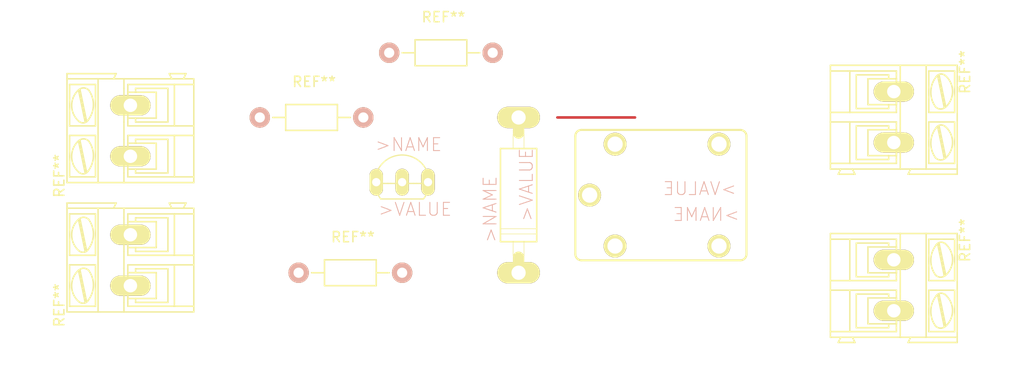
<source format=kicad_pcb>
(kicad_pcb (version 4) (host pcbnew 4.0.0-rc1-stable)

  (general
    (links 0)
    (no_connects 0)
    (area 29.109999 27.839999 129.640001 64.870001)
    (thickness 1.6)
    (drawings 21)
    (tracks 1)
    (zones 0)
    (modules 10)
    (nets 1)
  )

  (page User 150.012 129.997)
  (title_block
    (title "Temporizador Arduino")
    (date 2015-12-09)
    (rev 1.0)
    (comment 1 "Placa Rele LDR")
  )

  (layers
    (0 F.Cu signal)
    (31 B.Cu signal)
    (32 B.Adhes user)
    (33 F.Adhes user)
    (34 B.Paste user)
    (35 F.Paste user)
    (36 B.SilkS user)
    (37 F.SilkS user)
    (38 B.Mask user)
    (39 F.Mask user)
    (40 Dwgs.User user)
    (41 Cmts.User user)
    (42 Eco1.User user)
    (43 Eco2.User user)
    (44 Edge.Cuts user)
    (45 Margin user)
    (46 B.CrtYd user)
    (47 F.CrtYd user)
    (48 B.Fab user)
    (49 F.Fab user)
  )

  (setup
    (last_trace_width 0.25)
    (trace_clearance 0.2)
    (zone_clearance 0.508)
    (zone_45_only no)
    (trace_min 0.2)
    (segment_width 0.2)
    (edge_width 0.15)
    (via_size 0.6)
    (via_drill 0.4)
    (via_min_size 0.4)
    (via_min_drill 0.3)
    (uvia_size 0.3)
    (uvia_drill 0.1)
    (uvias_allowed no)
    (uvia_min_size 0.2)
    (uvia_min_drill 0.1)
    (pcb_text_width 0.3)
    (pcb_text_size 1.5 1.5)
    (mod_edge_width 0.15)
    (mod_text_size 1 1)
    (mod_text_width 0.15)
    (pad_size 1.524 1.524)
    (pad_drill 0.762)
    (pad_to_mask_clearance 0.2)
    (aux_axis_origin 0 0)
    (visible_elements 7FFFFFFF)
    (pcbplotparams
      (layerselection 0x00030_80000001)
      (usegerberextensions false)
      (excludeedgelayer true)
      (linewidth 0.100000)
      (plotframeref false)
      (viasonmask false)
      (mode 1)
      (useauxorigin false)
      (hpglpennumber 1)
      (hpglpenspeed 20)
      (hpglpendiameter 15)
      (hpglpenoverlay 2)
      (psnegative false)
      (psa4output false)
      (plotreference true)
      (plotvalue true)
      (plotinvisibletext false)
      (padsonsilk false)
      (subtractmaskfromsilk false)
      (outputformat 1)
      (mirror false)
      (drillshape 1)
      (scaleselection 1)
      (outputdirectory ""))
  )

  (net 0 "")

  (net_class Default "Esta é a classe de net default."
    (clearance 0.2)
    (trace_width 0.25)
    (via_dia 0.6)
    (via_drill 0.4)
    (uvia_dia 0.3)
    (uvia_drill 0.1)
  )

  (module diode:diode-C1702-15 (layer F.Cu) (tedit 200000) (tstamp 5680260D)
    (at 80.01 46.99 90)
    (descr DIODE)
    (tags DIODE)
    (attr virtual)
    (fp_text reference >NAME (at -1.397 -2.794 90) (layer B.SilkS)
      (effects (font (size 1.27 1.27) (thickness 0.0889)))
    )
    (fp_text value >VALUE (at 1.016 0.762 90) (layer B.SilkS)
      (effects (font (size 1.27 1.27) (thickness 0.0889)))
    )
    (fp_line (start -3.81 1.778) (end -3.302 1.778) (layer F.SilkS) (width 0.06604))
    (fp_line (start -3.302 1.778) (end -3.302 -1.778) (layer F.SilkS) (width 0.06604))
    (fp_line (start -3.81 -1.778) (end -3.302 -1.778) (layer F.SilkS) (width 0.06604))
    (fp_line (start -3.81 1.778) (end -3.81 -1.778) (layer F.SilkS) (width 0.06604))
    (fp_line (start 4.572 0.5334) (end 5.9436 0.5334) (layer F.SilkS) (width 0.06604))
    (fp_line (start 5.9436 0.5334) (end 5.9436 -0.5334) (layer F.SilkS) (width 0.06604))
    (fp_line (start 4.572 -0.5334) (end 5.9436 -0.5334) (layer F.SilkS) (width 0.06604))
    (fp_line (start 4.572 0.5334) (end 4.572 -0.5334) (layer F.SilkS) (width 0.06604))
    (fp_line (start -5.9436 0.5334) (end -4.572 0.5334) (layer F.SilkS) (width 0.06604))
    (fp_line (start -4.572 0.5334) (end -4.572 -0.5334) (layer F.SilkS) (width 0.06604))
    (fp_line (start -5.9436 -0.5334) (end -4.572 -0.5334) (layer F.SilkS) (width 0.06604))
    (fp_line (start -5.9436 0.5334) (end -5.9436 -0.5334) (layer F.SilkS) (width 0.06604))
    (fp_line (start -4.572 1.778) (end -4.572 -1.778) (layer F.SilkS) (width 0.1524))
    (fp_line (start 4.572 -1.778) (end -4.572 -1.778) (layer F.SilkS) (width 0.1524))
    (fp_line (start 4.572 -1.778) (end 4.572 1.778) (layer F.SilkS) (width 0.1524))
    (fp_line (start -4.572 1.778) (end 4.572 1.778) (layer F.SilkS) (width 0.1524))
    (fp_line (start 7.62 0) (end 6.096 0) (layer F.SilkS) (width 1.1176))
    (fp_line (start -7.62 0) (end -6.096 0) (layer F.SilkS) (width 1.1176))
    (pad A thru_hole oval (at 7.62 0 90) (size 2.0955 4.191) (drill 1.397) (layers *.Cu F.Paste F.SilkS F.Mask))
    (pad C thru_hole oval (at -7.62 0 90) (size 2.0955 4.191) (drill 1.397) (layers *.Cu F.Paste F.SilkS F.Mask))
  )

  (module transistor:transistor-TO92-BCE (layer F.Cu) (tedit 200000) (tstamp 56AF17D4)
    (at 68.58 45.72)
    (descr "TO-92 PADS IN LINE B C E FROM TOP")
    (tags "TO-92 PADS IN LINE B C E FROM TOP")
    (attr virtual)
    (fp_text reference >NAME (at 0.635 -3.683) (layer B.SilkS)
      (effects (font (size 1.27 1.27) (thickness 0.0889)))
    )
    (fp_text value >VALUE (at 1.27 2.667) (layer B.SilkS)
      (effects (font (size 1.27 1.27) (thickness 0.0889)))
    )
    (fp_line (start -2.09296 1.651) (end 2.09296 1.651) (layer F.SilkS) (width 0.127))
    (fp_line (start 1.13538 0.127) (end -1.13538 0.127) (layer F.SilkS) (width 0.127))
    (fp_line (start -1.40208 0.127) (end -2.66192 0.127) (layer F.SilkS) (width 0.127))
    (fp_line (start -1.13538 0.127) (end -1.40208 0.127) (layer F.SilkS) (width 0.127))
    (fp_line (start 2.66192 0.127) (end 1.40208 0.127) (layer F.SilkS) (width 0.127))
    (fp_line (start 1.40208 0.127) (end 1.13538 0.127) (layer F.SilkS) (width 0.127))
    (fp_arc (start 0 0) (end -2.413 -1.13538) (angle 129.5) (layer F.SilkS) (width 0.127))
    (fp_arc (start 0 0) (end -2.66192 0.127) (angle 27.9) (layer F.SilkS) (width 0.127))
    (fp_arc (start 0 0) (end -2.413 1.13538) (angle 22.4) (layer F.SilkS) (width 0.127))
    (fp_arc (start 0 0) (end -2.09296 1.651) (angle 13) (layer F.SilkS) (width 0.127))
    (fp_arc (start 0 0) (end 2.66192 0.127) (angle 22.4) (layer F.SilkS) (width 0.127))
    (fp_arc (start 0 0) (end 2.413 -1.13538) (angle 27.9) (layer F.SilkS) (width 0.127))
    (fp_arc (start 0 0) (end 2.42316 1.10998) (angle 13.6) (layer F.SilkS) (width 0.127))
    (pad B thru_hole oval (at -2.54 0) (size 1.3208 2.6416) (drill 0.8128) (layers *.Cu F.Paste F.SilkS F.Mask))
    (pad C thru_hole oval (at 0 0) (size 1.3208 2.6416) (drill 0.8128) (layers *.Cu F.Paste F.SilkS F.Mask))
    (pad E thru_hole oval (at 2.54 0) (size 1.3208 2.6416) (drill 0.8128) (layers *.Cu F.Paste F.SilkS F.Mask))
  )

  (module relay:relay-CQ1 (layer F.Cu) (tedit 200000) (tstamp 56AF8884)
    (at 93.98 46.99 180)
    (descr "AUTOMOTIVE QUIET RELAY NAIS")
    (tags "AUTOMOTIVE QUIET RELAY NAIS")
    (attr virtual)
    (fp_text reference >NAME (at -4.445 -1.905 180) (layer B.SilkS)
      (effects (font (size 1.27 1.27) (thickness 0.0889)) (justify mirror))
    )
    (fp_text value >VALUE (at -3.81 0.635 180) (layer B.SilkS)
      (effects (font (size 1.27 1.27) (thickness 0.0889)) (justify mirror))
    )
    (fp_line (start -7.7978 -6.39826) (end 7.7978 -6.39826) (layer F.SilkS) (width 0.2032))
    (fp_line (start 8.39978 -5.79882) (end 8.39978 5.79882) (layer F.SilkS) (width 0.2032))
    (fp_line (start 7.7978 6.39826) (end -7.7978 6.39826) (layer F.SilkS) (width 0.2032))
    (fp_line (start -8.39978 5.79882) (end -8.39978 -5.79882) (layer F.SilkS) (width 0.2032))
    (fp_arc (start -7.7978 -5.79882) (end -8.39978 -5.79882) (angle 90) (layer F.SilkS) (width 0.2032))
    (fp_arc (start 7.7978 -5.79882) (end 7.7978 -6.39826) (angle 90) (layer F.SilkS) (width 0.2032))
    (fp_arc (start 7.7978 5.79882) (end 8.39978 5.79882) (angle 90) (layer F.SilkS) (width 0.2032))
    (fp_arc (start -7.7978 5.79882) (end -7.7978 6.39826) (angle 90) (layer F.SilkS) (width 0.2032))
    (pad 1 thru_hole circle (at 4.49834 4.99872 180) (size 2.2479 2.2479) (drill 1.4986) (layers *.Cu F.Paste F.SilkS F.Mask))
    (pad 2 thru_hole circle (at 4.49834 -4.99872 180) (size 2.2479 2.2479) (drill 1.4986) (layers *.Cu F.Paste F.SilkS F.Mask))
    (pad C thru_hole circle (at 6.9977 0 180) (size 2.2479 2.2479) (drill 1.4986) (layers *.Cu F.Paste F.SilkS F.Mask))
    (pad NC thru_hole circle (at -5.69976 4.99872 180) (size 2.2479 2.2479) (drill 1.4986) (layers *.Cu F.Paste F.SilkS F.Mask))
    (pad NO thru_hole circle (at -5.69976 -4.99872 180) (size 2.2479 2.2479) (drill 1.4986) (layers *.Cu F.Paste F.SilkS F.Mask))
  )

  (module Connect:AK300-2 (layer F.Cu) (tedit 54792136) (tstamp 56AFA527)
    (at 116.84 36.83 270)
    (descr CONNECTOR)
    (tags CONNECTOR)
    (attr virtual)
    (fp_text reference REF** (at -1.92 -6.985 270) (layer F.SilkS)
      (effects (font (size 1 1) (thickness 0.15)))
    )
    (fp_text value AK300-2 (at 2.779 7.747 270) (layer F.Fab)
      (effects (font (size 1 1) (thickness 0.15)))
    )
    (fp_line (start 8.363 -6.473) (end -2.83 -6.473) (layer F.CrtYd) (width 0.05))
    (fp_line (start 8.363 6.473) (end 8.363 -6.473) (layer F.CrtYd) (width 0.05))
    (fp_line (start -2.83 6.473) (end 8.363 6.473) (layer F.CrtYd) (width 0.05))
    (fp_line (start -2.83 -6.473) (end -2.83 6.473) (layer F.CrtYd) (width 0.05))
    (fp_line (start -1.2596 2.54) (end 1.2804 2.54) (layer F.SilkS) (width 0.15))
    (fp_line (start 1.2804 2.54) (end 1.2804 -0.254) (layer F.SilkS) (width 0.15))
    (fp_line (start -1.2596 -0.254) (end 1.2804 -0.254) (layer F.SilkS) (width 0.15))
    (fp_line (start -1.2596 2.54) (end -1.2596 -0.254) (layer F.SilkS) (width 0.15))
    (fp_line (start 3.7442 2.54) (end 6.2842 2.54) (layer F.SilkS) (width 0.15))
    (fp_line (start 6.2842 2.54) (end 6.2842 -0.254) (layer F.SilkS) (width 0.15))
    (fp_line (start 3.7442 -0.254) (end 6.2842 -0.254) (layer F.SilkS) (width 0.15))
    (fp_line (start 3.7442 2.54) (end 3.7442 -0.254) (layer F.SilkS) (width 0.15))
    (fp_line (start 7.605 -6.223) (end 7.605 -3.175) (layer F.SilkS) (width 0.15))
    (fp_line (start 7.605 -6.223) (end -2.58 -6.223) (layer F.SilkS) (width 0.15))
    (fp_line (start 7.605 -6.223) (end 8.113 -6.223) (layer F.SilkS) (width 0.15))
    (fp_line (start 8.113 -6.223) (end 8.113 -1.397) (layer F.SilkS) (width 0.15))
    (fp_line (start 8.113 -1.397) (end 7.605 -1.651) (layer F.SilkS) (width 0.15))
    (fp_line (start 8.113 5.461) (end 7.605 5.207) (layer F.SilkS) (width 0.15))
    (fp_line (start 7.605 5.207) (end 7.605 6.223) (layer F.SilkS) (width 0.15))
    (fp_line (start 8.113 3.81) (end 7.605 4.064) (layer F.SilkS) (width 0.15))
    (fp_line (start 7.605 4.064) (end 7.605 5.207) (layer F.SilkS) (width 0.15))
    (fp_line (start 8.113 3.81) (end 8.113 5.461) (layer F.SilkS) (width 0.15))
    (fp_line (start 2.9822 6.223) (end 2.9822 4.318) (layer F.SilkS) (width 0.15))
    (fp_line (start 7.0462 -0.254) (end 7.0462 4.318) (layer F.SilkS) (width 0.15))
    (fp_line (start 2.9822 6.223) (end 7.0462 6.223) (layer F.SilkS) (width 0.15))
    (fp_line (start 7.0462 6.223) (end 7.605 6.223) (layer F.SilkS) (width 0.15))
    (fp_line (start 2.0424 6.223) (end 2.0424 4.318) (layer F.SilkS) (width 0.15))
    (fp_line (start 2.0424 6.223) (end 2.9822 6.223) (layer F.SilkS) (width 0.15))
    (fp_line (start -2.0216 -0.254) (end -2.0216 4.318) (layer F.SilkS) (width 0.15))
    (fp_line (start -2.58 6.223) (end -2.0216 6.223) (layer F.SilkS) (width 0.15))
    (fp_line (start -2.0216 6.223) (end 2.0424 6.223) (layer F.SilkS) (width 0.15))
    (fp_line (start 2.9822 4.318) (end 7.0462 4.318) (layer F.SilkS) (width 0.15))
    (fp_line (start 2.9822 4.318) (end 2.9822 -0.254) (layer F.SilkS) (width 0.15))
    (fp_line (start 7.0462 4.318) (end 7.0462 6.223) (layer F.SilkS) (width 0.15))
    (fp_line (start 2.0424 4.318) (end -2.0216 4.318) (layer F.SilkS) (width 0.15))
    (fp_line (start 2.0424 4.318) (end 2.0424 -0.254) (layer F.SilkS) (width 0.15))
    (fp_line (start -2.0216 4.318) (end -2.0216 6.223) (layer F.SilkS) (width 0.15))
    (fp_line (start 6.6652 3.683) (end 6.6652 0.508) (layer F.SilkS) (width 0.15))
    (fp_line (start 6.6652 3.683) (end 3.3632 3.683) (layer F.SilkS) (width 0.15))
    (fp_line (start 3.3632 3.683) (end 3.3632 0.508) (layer F.SilkS) (width 0.15))
    (fp_line (start 1.6614 3.683) (end 1.6614 0.508) (layer F.SilkS) (width 0.15))
    (fp_line (start 1.6614 3.683) (end -1.6406 3.683) (layer F.SilkS) (width 0.15))
    (fp_line (start -1.6406 3.683) (end -1.6406 0.508) (layer F.SilkS) (width 0.15))
    (fp_line (start -1.6406 0.508) (end -1.2596 0.508) (layer F.SilkS) (width 0.15))
    (fp_line (start 1.6614 0.508) (end 1.2804 0.508) (layer F.SilkS) (width 0.15))
    (fp_line (start 3.3632 0.508) (end 3.7442 0.508) (layer F.SilkS) (width 0.15))
    (fp_line (start 6.6652 0.508) (end 6.2842 0.508) (layer F.SilkS) (width 0.15))
    (fp_line (start -2.58 6.223) (end -2.58 -0.635) (layer F.SilkS) (width 0.15))
    (fp_line (start -2.58 -0.635) (end -2.58 -3.175) (layer F.SilkS) (width 0.15))
    (fp_line (start 7.605 -1.651) (end 7.605 -0.635) (layer F.SilkS) (width 0.15))
    (fp_line (start 7.605 -0.635) (end 7.605 4.064) (layer F.SilkS) (width 0.15))
    (fp_line (start -2.58 -3.175) (end 7.605 -3.175) (layer F.SilkS) (width 0.15))
    (fp_line (start -2.58 -3.175) (end -2.58 -6.223) (layer F.SilkS) (width 0.15))
    (fp_line (start 7.605 -3.175) (end 7.605 -1.651) (layer F.SilkS) (width 0.15))
    (fp_line (start 2.9822 -3.429) (end 2.9822 -5.969) (layer F.SilkS) (width 0.15))
    (fp_line (start 2.9822 -5.969) (end 7.0462 -5.969) (layer F.SilkS) (width 0.15))
    (fp_line (start 7.0462 -5.969) (end 7.0462 -3.429) (layer F.SilkS) (width 0.15))
    (fp_line (start 7.0462 -3.429) (end 2.9822 -3.429) (layer F.SilkS) (width 0.15))
    (fp_line (start 2.0424 -3.429) (end 2.0424 -5.969) (layer F.SilkS) (width 0.15))
    (fp_line (start 2.0424 -3.429) (end -2.0216 -3.429) (layer F.SilkS) (width 0.15))
    (fp_line (start -2.0216 -3.429) (end -2.0216 -5.969) (layer F.SilkS) (width 0.15))
    (fp_line (start 2.0424 -5.969) (end -2.0216 -5.969) (layer F.SilkS) (width 0.15))
    (fp_line (start 3.3886 -4.445) (end 6.4366 -5.08) (layer F.SilkS) (width 0.15))
    (fp_line (start 3.5156 -4.318) (end 6.5636 -4.953) (layer F.SilkS) (width 0.15))
    (fp_line (start -1.6152 -4.445) (end 1.43534 -5.08) (layer F.SilkS) (width 0.15))
    (fp_line (start -1.4882 -4.318) (end 1.5598 -4.953) (layer F.SilkS) (width 0.15))
    (fp_line (start -2.0216 -0.254) (end -1.6406 -0.254) (layer F.SilkS) (width 0.15))
    (fp_line (start 2.0424 -0.254) (end 1.6614 -0.254) (layer F.SilkS) (width 0.15))
    (fp_line (start 1.6614 -0.254) (end -1.6406 -0.254) (layer F.SilkS) (width 0.15))
    (fp_line (start -2.58 -0.635) (end -1.6406 -0.635) (layer F.SilkS) (width 0.15))
    (fp_line (start -1.6406 -0.635) (end 1.6614 -0.635) (layer F.SilkS) (width 0.15))
    (fp_line (start 1.6614 -0.635) (end 3.3632 -0.635) (layer F.SilkS) (width 0.15))
    (fp_line (start 7.605 -0.635) (end 6.6652 -0.635) (layer F.SilkS) (width 0.15))
    (fp_line (start 6.6652 -0.635) (end 3.3632 -0.635) (layer F.SilkS) (width 0.15))
    (fp_line (start 7.0462 -0.254) (end 6.6652 -0.254) (layer F.SilkS) (width 0.15))
    (fp_line (start 2.9822 -0.254) (end 3.3632 -0.254) (layer F.SilkS) (width 0.15))
    (fp_line (start 3.3632 -0.254) (end 6.6652 -0.254) (layer F.SilkS) (width 0.15))
    (fp_arc (start 6.0302 -4.59486) (end 6.53566 -5.05206) (angle 90.5) (layer F.SilkS) (width 0.15))
    (fp_arc (start 5.065 -6.0706) (end 6.52804 -4.11734) (angle 75.5) (layer F.SilkS) (width 0.15))
    (fp_arc (start 4.98626 -3.7084) (end 3.3886 -5.0038) (angle 100) (layer F.SilkS) (width 0.15))
    (fp_arc (start 3.8712 -4.64566) (end 3.58164 -4.1275) (angle 104.2) (layer F.SilkS) (width 0.15))
    (fp_arc (start 1.0264 -4.59486) (end 1.5344 -5.05206) (angle 90.5) (layer F.SilkS) (width 0.15))
    (fp_arc (start 0.06374 -6.0706) (end 1.52678 -4.11734) (angle 75.5) (layer F.SilkS) (width 0.15))
    (fp_arc (start -0.01246 -3.7084) (end -1.6152 -5.0038) (angle 100) (layer F.SilkS) (width 0.15))
    (fp_arc (start -1.1326 -4.64566) (end -1.41962 -4.1275) (angle 104.2) (layer F.SilkS) (width 0.15))
    (pad 1 thru_hole oval (at 0 0 270) (size 1.9812 3.9624) (drill 1.3208) (layers *.Cu F.Paste F.SilkS F.Mask))
    (pad 2 thru_hole oval (at 5 0 270) (size 1.9812 3.9624) (drill 1.3208) (layers *.Cu F.Paste F.SilkS F.Mask))
  )

  (module Connect:AK300-2 (layer F.Cu) (tedit 54792136) (tstamp 56AFA582)
    (at 116.84 53.34 270)
    (descr CONNECTOR)
    (tags CONNECTOR)
    (attr virtual)
    (fp_text reference REF** (at -1.92 -6.985 270) (layer F.SilkS)
      (effects (font (size 1 1) (thickness 0.15)))
    )
    (fp_text value AK300-2 (at 2.779 7.747 270) (layer F.Fab)
      (effects (font (size 1 1) (thickness 0.15)))
    )
    (fp_line (start 8.363 -6.473) (end -2.83 -6.473) (layer F.CrtYd) (width 0.05))
    (fp_line (start 8.363 6.473) (end 8.363 -6.473) (layer F.CrtYd) (width 0.05))
    (fp_line (start -2.83 6.473) (end 8.363 6.473) (layer F.CrtYd) (width 0.05))
    (fp_line (start -2.83 -6.473) (end -2.83 6.473) (layer F.CrtYd) (width 0.05))
    (fp_line (start -1.2596 2.54) (end 1.2804 2.54) (layer F.SilkS) (width 0.15))
    (fp_line (start 1.2804 2.54) (end 1.2804 -0.254) (layer F.SilkS) (width 0.15))
    (fp_line (start -1.2596 -0.254) (end 1.2804 -0.254) (layer F.SilkS) (width 0.15))
    (fp_line (start -1.2596 2.54) (end -1.2596 -0.254) (layer F.SilkS) (width 0.15))
    (fp_line (start 3.7442 2.54) (end 6.2842 2.54) (layer F.SilkS) (width 0.15))
    (fp_line (start 6.2842 2.54) (end 6.2842 -0.254) (layer F.SilkS) (width 0.15))
    (fp_line (start 3.7442 -0.254) (end 6.2842 -0.254) (layer F.SilkS) (width 0.15))
    (fp_line (start 3.7442 2.54) (end 3.7442 -0.254) (layer F.SilkS) (width 0.15))
    (fp_line (start 7.605 -6.223) (end 7.605 -3.175) (layer F.SilkS) (width 0.15))
    (fp_line (start 7.605 -6.223) (end -2.58 -6.223) (layer F.SilkS) (width 0.15))
    (fp_line (start 7.605 -6.223) (end 8.113 -6.223) (layer F.SilkS) (width 0.15))
    (fp_line (start 8.113 -6.223) (end 8.113 -1.397) (layer F.SilkS) (width 0.15))
    (fp_line (start 8.113 -1.397) (end 7.605 -1.651) (layer F.SilkS) (width 0.15))
    (fp_line (start 8.113 5.461) (end 7.605 5.207) (layer F.SilkS) (width 0.15))
    (fp_line (start 7.605 5.207) (end 7.605 6.223) (layer F.SilkS) (width 0.15))
    (fp_line (start 8.113 3.81) (end 7.605 4.064) (layer F.SilkS) (width 0.15))
    (fp_line (start 7.605 4.064) (end 7.605 5.207) (layer F.SilkS) (width 0.15))
    (fp_line (start 8.113 3.81) (end 8.113 5.461) (layer F.SilkS) (width 0.15))
    (fp_line (start 2.9822 6.223) (end 2.9822 4.318) (layer F.SilkS) (width 0.15))
    (fp_line (start 7.0462 -0.254) (end 7.0462 4.318) (layer F.SilkS) (width 0.15))
    (fp_line (start 2.9822 6.223) (end 7.0462 6.223) (layer F.SilkS) (width 0.15))
    (fp_line (start 7.0462 6.223) (end 7.605 6.223) (layer F.SilkS) (width 0.15))
    (fp_line (start 2.0424 6.223) (end 2.0424 4.318) (layer F.SilkS) (width 0.15))
    (fp_line (start 2.0424 6.223) (end 2.9822 6.223) (layer F.SilkS) (width 0.15))
    (fp_line (start -2.0216 -0.254) (end -2.0216 4.318) (layer F.SilkS) (width 0.15))
    (fp_line (start -2.58 6.223) (end -2.0216 6.223) (layer F.SilkS) (width 0.15))
    (fp_line (start -2.0216 6.223) (end 2.0424 6.223) (layer F.SilkS) (width 0.15))
    (fp_line (start 2.9822 4.318) (end 7.0462 4.318) (layer F.SilkS) (width 0.15))
    (fp_line (start 2.9822 4.318) (end 2.9822 -0.254) (layer F.SilkS) (width 0.15))
    (fp_line (start 7.0462 4.318) (end 7.0462 6.223) (layer F.SilkS) (width 0.15))
    (fp_line (start 2.0424 4.318) (end -2.0216 4.318) (layer F.SilkS) (width 0.15))
    (fp_line (start 2.0424 4.318) (end 2.0424 -0.254) (layer F.SilkS) (width 0.15))
    (fp_line (start -2.0216 4.318) (end -2.0216 6.223) (layer F.SilkS) (width 0.15))
    (fp_line (start 6.6652 3.683) (end 6.6652 0.508) (layer F.SilkS) (width 0.15))
    (fp_line (start 6.6652 3.683) (end 3.3632 3.683) (layer F.SilkS) (width 0.15))
    (fp_line (start 3.3632 3.683) (end 3.3632 0.508) (layer F.SilkS) (width 0.15))
    (fp_line (start 1.6614 3.683) (end 1.6614 0.508) (layer F.SilkS) (width 0.15))
    (fp_line (start 1.6614 3.683) (end -1.6406 3.683) (layer F.SilkS) (width 0.15))
    (fp_line (start -1.6406 3.683) (end -1.6406 0.508) (layer F.SilkS) (width 0.15))
    (fp_line (start -1.6406 0.508) (end -1.2596 0.508) (layer F.SilkS) (width 0.15))
    (fp_line (start 1.6614 0.508) (end 1.2804 0.508) (layer F.SilkS) (width 0.15))
    (fp_line (start 3.3632 0.508) (end 3.7442 0.508) (layer F.SilkS) (width 0.15))
    (fp_line (start 6.6652 0.508) (end 6.2842 0.508) (layer F.SilkS) (width 0.15))
    (fp_line (start -2.58 6.223) (end -2.58 -0.635) (layer F.SilkS) (width 0.15))
    (fp_line (start -2.58 -0.635) (end -2.58 -3.175) (layer F.SilkS) (width 0.15))
    (fp_line (start 7.605 -1.651) (end 7.605 -0.635) (layer F.SilkS) (width 0.15))
    (fp_line (start 7.605 -0.635) (end 7.605 4.064) (layer F.SilkS) (width 0.15))
    (fp_line (start -2.58 -3.175) (end 7.605 -3.175) (layer F.SilkS) (width 0.15))
    (fp_line (start -2.58 -3.175) (end -2.58 -6.223) (layer F.SilkS) (width 0.15))
    (fp_line (start 7.605 -3.175) (end 7.605 -1.651) (layer F.SilkS) (width 0.15))
    (fp_line (start 2.9822 -3.429) (end 2.9822 -5.969) (layer F.SilkS) (width 0.15))
    (fp_line (start 2.9822 -5.969) (end 7.0462 -5.969) (layer F.SilkS) (width 0.15))
    (fp_line (start 7.0462 -5.969) (end 7.0462 -3.429) (layer F.SilkS) (width 0.15))
    (fp_line (start 7.0462 -3.429) (end 2.9822 -3.429) (layer F.SilkS) (width 0.15))
    (fp_line (start 2.0424 -3.429) (end 2.0424 -5.969) (layer F.SilkS) (width 0.15))
    (fp_line (start 2.0424 -3.429) (end -2.0216 -3.429) (layer F.SilkS) (width 0.15))
    (fp_line (start -2.0216 -3.429) (end -2.0216 -5.969) (layer F.SilkS) (width 0.15))
    (fp_line (start 2.0424 -5.969) (end -2.0216 -5.969) (layer F.SilkS) (width 0.15))
    (fp_line (start 3.3886 -4.445) (end 6.4366 -5.08) (layer F.SilkS) (width 0.15))
    (fp_line (start 3.5156 -4.318) (end 6.5636 -4.953) (layer F.SilkS) (width 0.15))
    (fp_line (start -1.6152 -4.445) (end 1.43534 -5.08) (layer F.SilkS) (width 0.15))
    (fp_line (start -1.4882 -4.318) (end 1.5598 -4.953) (layer F.SilkS) (width 0.15))
    (fp_line (start -2.0216 -0.254) (end -1.6406 -0.254) (layer F.SilkS) (width 0.15))
    (fp_line (start 2.0424 -0.254) (end 1.6614 -0.254) (layer F.SilkS) (width 0.15))
    (fp_line (start 1.6614 -0.254) (end -1.6406 -0.254) (layer F.SilkS) (width 0.15))
    (fp_line (start -2.58 -0.635) (end -1.6406 -0.635) (layer F.SilkS) (width 0.15))
    (fp_line (start -1.6406 -0.635) (end 1.6614 -0.635) (layer F.SilkS) (width 0.15))
    (fp_line (start 1.6614 -0.635) (end 3.3632 -0.635) (layer F.SilkS) (width 0.15))
    (fp_line (start 7.605 -0.635) (end 6.6652 -0.635) (layer F.SilkS) (width 0.15))
    (fp_line (start 6.6652 -0.635) (end 3.3632 -0.635) (layer F.SilkS) (width 0.15))
    (fp_line (start 7.0462 -0.254) (end 6.6652 -0.254) (layer F.SilkS) (width 0.15))
    (fp_line (start 2.9822 -0.254) (end 3.3632 -0.254) (layer F.SilkS) (width 0.15))
    (fp_line (start 3.3632 -0.254) (end 6.6652 -0.254) (layer F.SilkS) (width 0.15))
    (fp_arc (start 6.0302 -4.59486) (end 6.53566 -5.05206) (angle 90.5) (layer F.SilkS) (width 0.15))
    (fp_arc (start 5.065 -6.0706) (end 6.52804 -4.11734) (angle 75.5) (layer F.SilkS) (width 0.15))
    (fp_arc (start 4.98626 -3.7084) (end 3.3886 -5.0038) (angle 100) (layer F.SilkS) (width 0.15))
    (fp_arc (start 3.8712 -4.64566) (end 3.58164 -4.1275) (angle 104.2) (layer F.SilkS) (width 0.15))
    (fp_arc (start 1.0264 -4.59486) (end 1.5344 -5.05206) (angle 90.5) (layer F.SilkS) (width 0.15))
    (fp_arc (start 0.06374 -6.0706) (end 1.52678 -4.11734) (angle 75.5) (layer F.SilkS) (width 0.15))
    (fp_arc (start -0.01246 -3.7084) (end -1.6152 -5.0038) (angle 100) (layer F.SilkS) (width 0.15))
    (fp_arc (start -1.1326 -4.64566) (end -1.41962 -4.1275) (angle 104.2) (layer F.SilkS) (width 0.15))
    (pad 1 thru_hole oval (at 0 0 270) (size 1.9812 3.9624) (drill 1.3208) (layers *.Cu F.Paste F.SilkS F.Mask))
    (pad 2 thru_hole oval (at 5 0 270) (size 1.9812 3.9624) (drill 1.3208) (layers *.Cu F.Paste F.SilkS F.Mask))
  )

  (module Connect:AK300-2 (layer F.Cu) (tedit 54792136) (tstamp 56AFA5DD)
    (at 41.91 55.88 90)
    (descr CONNECTOR)
    (tags CONNECTOR)
    (attr virtual)
    (fp_text reference REF** (at -1.92 -6.985 90) (layer F.SilkS)
      (effects (font (size 1 1) (thickness 0.15)))
    )
    (fp_text value AK300-2 (at 2.779 7.747 90) (layer F.Fab)
      (effects (font (size 1 1) (thickness 0.15)))
    )
    (fp_line (start 8.363 -6.473) (end -2.83 -6.473) (layer F.CrtYd) (width 0.05))
    (fp_line (start 8.363 6.473) (end 8.363 -6.473) (layer F.CrtYd) (width 0.05))
    (fp_line (start -2.83 6.473) (end 8.363 6.473) (layer F.CrtYd) (width 0.05))
    (fp_line (start -2.83 -6.473) (end -2.83 6.473) (layer F.CrtYd) (width 0.05))
    (fp_line (start -1.2596 2.54) (end 1.2804 2.54) (layer F.SilkS) (width 0.15))
    (fp_line (start 1.2804 2.54) (end 1.2804 -0.254) (layer F.SilkS) (width 0.15))
    (fp_line (start -1.2596 -0.254) (end 1.2804 -0.254) (layer F.SilkS) (width 0.15))
    (fp_line (start -1.2596 2.54) (end -1.2596 -0.254) (layer F.SilkS) (width 0.15))
    (fp_line (start 3.7442 2.54) (end 6.2842 2.54) (layer F.SilkS) (width 0.15))
    (fp_line (start 6.2842 2.54) (end 6.2842 -0.254) (layer F.SilkS) (width 0.15))
    (fp_line (start 3.7442 -0.254) (end 6.2842 -0.254) (layer F.SilkS) (width 0.15))
    (fp_line (start 3.7442 2.54) (end 3.7442 -0.254) (layer F.SilkS) (width 0.15))
    (fp_line (start 7.605 -6.223) (end 7.605 -3.175) (layer F.SilkS) (width 0.15))
    (fp_line (start 7.605 -6.223) (end -2.58 -6.223) (layer F.SilkS) (width 0.15))
    (fp_line (start 7.605 -6.223) (end 8.113 -6.223) (layer F.SilkS) (width 0.15))
    (fp_line (start 8.113 -6.223) (end 8.113 -1.397) (layer F.SilkS) (width 0.15))
    (fp_line (start 8.113 -1.397) (end 7.605 -1.651) (layer F.SilkS) (width 0.15))
    (fp_line (start 8.113 5.461) (end 7.605 5.207) (layer F.SilkS) (width 0.15))
    (fp_line (start 7.605 5.207) (end 7.605 6.223) (layer F.SilkS) (width 0.15))
    (fp_line (start 8.113 3.81) (end 7.605 4.064) (layer F.SilkS) (width 0.15))
    (fp_line (start 7.605 4.064) (end 7.605 5.207) (layer F.SilkS) (width 0.15))
    (fp_line (start 8.113 3.81) (end 8.113 5.461) (layer F.SilkS) (width 0.15))
    (fp_line (start 2.9822 6.223) (end 2.9822 4.318) (layer F.SilkS) (width 0.15))
    (fp_line (start 7.0462 -0.254) (end 7.0462 4.318) (layer F.SilkS) (width 0.15))
    (fp_line (start 2.9822 6.223) (end 7.0462 6.223) (layer F.SilkS) (width 0.15))
    (fp_line (start 7.0462 6.223) (end 7.605 6.223) (layer F.SilkS) (width 0.15))
    (fp_line (start 2.0424 6.223) (end 2.0424 4.318) (layer F.SilkS) (width 0.15))
    (fp_line (start 2.0424 6.223) (end 2.9822 6.223) (layer F.SilkS) (width 0.15))
    (fp_line (start -2.0216 -0.254) (end -2.0216 4.318) (layer F.SilkS) (width 0.15))
    (fp_line (start -2.58 6.223) (end -2.0216 6.223) (layer F.SilkS) (width 0.15))
    (fp_line (start -2.0216 6.223) (end 2.0424 6.223) (layer F.SilkS) (width 0.15))
    (fp_line (start 2.9822 4.318) (end 7.0462 4.318) (layer F.SilkS) (width 0.15))
    (fp_line (start 2.9822 4.318) (end 2.9822 -0.254) (layer F.SilkS) (width 0.15))
    (fp_line (start 7.0462 4.318) (end 7.0462 6.223) (layer F.SilkS) (width 0.15))
    (fp_line (start 2.0424 4.318) (end -2.0216 4.318) (layer F.SilkS) (width 0.15))
    (fp_line (start 2.0424 4.318) (end 2.0424 -0.254) (layer F.SilkS) (width 0.15))
    (fp_line (start -2.0216 4.318) (end -2.0216 6.223) (layer F.SilkS) (width 0.15))
    (fp_line (start 6.6652 3.683) (end 6.6652 0.508) (layer F.SilkS) (width 0.15))
    (fp_line (start 6.6652 3.683) (end 3.3632 3.683) (layer F.SilkS) (width 0.15))
    (fp_line (start 3.3632 3.683) (end 3.3632 0.508) (layer F.SilkS) (width 0.15))
    (fp_line (start 1.6614 3.683) (end 1.6614 0.508) (layer F.SilkS) (width 0.15))
    (fp_line (start 1.6614 3.683) (end -1.6406 3.683) (layer F.SilkS) (width 0.15))
    (fp_line (start -1.6406 3.683) (end -1.6406 0.508) (layer F.SilkS) (width 0.15))
    (fp_line (start -1.6406 0.508) (end -1.2596 0.508) (layer F.SilkS) (width 0.15))
    (fp_line (start 1.6614 0.508) (end 1.2804 0.508) (layer F.SilkS) (width 0.15))
    (fp_line (start 3.3632 0.508) (end 3.7442 0.508) (layer F.SilkS) (width 0.15))
    (fp_line (start 6.6652 0.508) (end 6.2842 0.508) (layer F.SilkS) (width 0.15))
    (fp_line (start -2.58 6.223) (end -2.58 -0.635) (layer F.SilkS) (width 0.15))
    (fp_line (start -2.58 -0.635) (end -2.58 -3.175) (layer F.SilkS) (width 0.15))
    (fp_line (start 7.605 -1.651) (end 7.605 -0.635) (layer F.SilkS) (width 0.15))
    (fp_line (start 7.605 -0.635) (end 7.605 4.064) (layer F.SilkS) (width 0.15))
    (fp_line (start -2.58 -3.175) (end 7.605 -3.175) (layer F.SilkS) (width 0.15))
    (fp_line (start -2.58 -3.175) (end -2.58 -6.223) (layer F.SilkS) (width 0.15))
    (fp_line (start 7.605 -3.175) (end 7.605 -1.651) (layer F.SilkS) (width 0.15))
    (fp_line (start 2.9822 -3.429) (end 2.9822 -5.969) (layer F.SilkS) (width 0.15))
    (fp_line (start 2.9822 -5.969) (end 7.0462 -5.969) (layer F.SilkS) (width 0.15))
    (fp_line (start 7.0462 -5.969) (end 7.0462 -3.429) (layer F.SilkS) (width 0.15))
    (fp_line (start 7.0462 -3.429) (end 2.9822 -3.429) (layer F.SilkS) (width 0.15))
    (fp_line (start 2.0424 -3.429) (end 2.0424 -5.969) (layer F.SilkS) (width 0.15))
    (fp_line (start 2.0424 -3.429) (end -2.0216 -3.429) (layer F.SilkS) (width 0.15))
    (fp_line (start -2.0216 -3.429) (end -2.0216 -5.969) (layer F.SilkS) (width 0.15))
    (fp_line (start 2.0424 -5.969) (end -2.0216 -5.969) (layer F.SilkS) (width 0.15))
    (fp_line (start 3.3886 -4.445) (end 6.4366 -5.08) (layer F.SilkS) (width 0.15))
    (fp_line (start 3.5156 -4.318) (end 6.5636 -4.953) (layer F.SilkS) (width 0.15))
    (fp_line (start -1.6152 -4.445) (end 1.43534 -5.08) (layer F.SilkS) (width 0.15))
    (fp_line (start -1.4882 -4.318) (end 1.5598 -4.953) (layer F.SilkS) (width 0.15))
    (fp_line (start -2.0216 -0.254) (end -1.6406 -0.254) (layer F.SilkS) (width 0.15))
    (fp_line (start 2.0424 -0.254) (end 1.6614 -0.254) (layer F.SilkS) (width 0.15))
    (fp_line (start 1.6614 -0.254) (end -1.6406 -0.254) (layer F.SilkS) (width 0.15))
    (fp_line (start -2.58 -0.635) (end -1.6406 -0.635) (layer F.SilkS) (width 0.15))
    (fp_line (start -1.6406 -0.635) (end 1.6614 -0.635) (layer F.SilkS) (width 0.15))
    (fp_line (start 1.6614 -0.635) (end 3.3632 -0.635) (layer F.SilkS) (width 0.15))
    (fp_line (start 7.605 -0.635) (end 6.6652 -0.635) (layer F.SilkS) (width 0.15))
    (fp_line (start 6.6652 -0.635) (end 3.3632 -0.635) (layer F.SilkS) (width 0.15))
    (fp_line (start 7.0462 -0.254) (end 6.6652 -0.254) (layer F.SilkS) (width 0.15))
    (fp_line (start 2.9822 -0.254) (end 3.3632 -0.254) (layer F.SilkS) (width 0.15))
    (fp_line (start 3.3632 -0.254) (end 6.6652 -0.254) (layer F.SilkS) (width 0.15))
    (fp_arc (start 6.0302 -4.59486) (end 6.53566 -5.05206) (angle 90.5) (layer F.SilkS) (width 0.15))
    (fp_arc (start 5.065 -6.0706) (end 6.52804 -4.11734) (angle 75.5) (layer F.SilkS) (width 0.15))
    (fp_arc (start 4.98626 -3.7084) (end 3.3886 -5.0038) (angle 100) (layer F.SilkS) (width 0.15))
    (fp_arc (start 3.8712 -4.64566) (end 3.58164 -4.1275) (angle 104.2) (layer F.SilkS) (width 0.15))
    (fp_arc (start 1.0264 -4.59486) (end 1.5344 -5.05206) (angle 90.5) (layer F.SilkS) (width 0.15))
    (fp_arc (start 0.06374 -6.0706) (end 1.52678 -4.11734) (angle 75.5) (layer F.SilkS) (width 0.15))
    (fp_arc (start -0.01246 -3.7084) (end -1.6152 -5.0038) (angle 100) (layer F.SilkS) (width 0.15))
    (fp_arc (start -1.1326 -4.64566) (end -1.41962 -4.1275) (angle 104.2) (layer F.SilkS) (width 0.15))
    (pad 1 thru_hole oval (at 0 0 90) (size 1.9812 3.9624) (drill 1.3208) (layers *.Cu F.Paste F.SilkS F.Mask))
    (pad 2 thru_hole oval (at 5 0 90) (size 1.9812 3.9624) (drill 1.3208) (layers *.Cu F.Paste F.SilkS F.Mask))
  )

  (module Resistors_ThroughHole:Resistor_Horizontal_RM10mm (layer F.Cu) (tedit 53F56209) (tstamp 56AFA63B)
    (at 59.69 39.37)
    (descr "Resistor, Axial,  RM 10mm, 1/3W,")
    (tags "Resistor, Axial, RM 10mm, 1/3W,")
    (fp_text reference REF** (at 0.24892 -3.50012) (layer F.SilkS)
      (effects (font (size 1 1) (thickness 0.15)))
    )
    (fp_text value Resistor_Horizontal_RM10mm (at 3.81 3.81) (layer F.Fab)
      (effects (font (size 1 1) (thickness 0.15)))
    )
    (fp_line (start -2.54 -1.27) (end 2.54 -1.27) (layer F.SilkS) (width 0.15))
    (fp_line (start 2.54 -1.27) (end 2.54 1.27) (layer F.SilkS) (width 0.15))
    (fp_line (start 2.54 1.27) (end -2.54 1.27) (layer F.SilkS) (width 0.15))
    (fp_line (start -2.54 1.27) (end -2.54 -1.27) (layer F.SilkS) (width 0.15))
    (fp_line (start -2.54 0) (end -3.81 0) (layer F.SilkS) (width 0.15))
    (fp_line (start 2.54 0) (end 3.81 0) (layer F.SilkS) (width 0.15))
    (pad 1 thru_hole circle (at -5.08 0) (size 1.99898 1.99898) (drill 1.00076) (layers *.Cu *.SilkS *.Mask))
    (pad 2 thru_hole circle (at 5.08 0) (size 1.99898 1.99898) (drill 1.00076) (layers *.Cu *.SilkS *.Mask))
    (model Resistors_ThroughHole.3dshapes/Resistor_Horizontal_RM10mm.wrl
      (at (xyz 0 0 0))
      (scale (xyz 0.4 0.4 0.4))
      (rotate (xyz 0 0 0))
    )
  )

  (module Resistors_ThroughHole:Resistor_Horizontal_RM10mm (layer F.Cu) (tedit 53F56209) (tstamp 56AFA647)
    (at 63.5 54.61)
    (descr "Resistor, Axial,  RM 10mm, 1/3W,")
    (tags "Resistor, Axial, RM 10mm, 1/3W,")
    (fp_text reference REF** (at 0.24892 -3.50012) (layer F.SilkS)
      (effects (font (size 1 1) (thickness 0.15)))
    )
    (fp_text value Resistor_Horizontal_RM10mm (at 3.81 3.81) (layer F.Fab)
      (effects (font (size 1 1) (thickness 0.15)))
    )
    (fp_line (start -2.54 -1.27) (end 2.54 -1.27) (layer F.SilkS) (width 0.15))
    (fp_line (start 2.54 -1.27) (end 2.54 1.27) (layer F.SilkS) (width 0.15))
    (fp_line (start 2.54 1.27) (end -2.54 1.27) (layer F.SilkS) (width 0.15))
    (fp_line (start -2.54 1.27) (end -2.54 -1.27) (layer F.SilkS) (width 0.15))
    (fp_line (start -2.54 0) (end -3.81 0) (layer F.SilkS) (width 0.15))
    (fp_line (start 2.54 0) (end 3.81 0) (layer F.SilkS) (width 0.15))
    (pad 1 thru_hole circle (at -5.08 0) (size 1.99898 1.99898) (drill 1.00076) (layers *.Cu *.SilkS *.Mask))
    (pad 2 thru_hole circle (at 5.08 0) (size 1.99898 1.99898) (drill 1.00076) (layers *.Cu *.SilkS *.Mask))
    (model Resistors_ThroughHole.3dshapes/Resistor_Horizontal_RM10mm.wrl
      (at (xyz 0 0 0))
      (scale (xyz 0.4 0.4 0.4))
      (rotate (xyz 0 0 0))
    )
  )

  (module Connect:AK300-2 (layer F.Cu) (tedit 54792136) (tstamp 56AFA85E)
    (at 41.91 43.18 90)
    (descr CONNECTOR)
    (tags CONNECTOR)
    (attr virtual)
    (fp_text reference REF** (at -1.92 -6.985 90) (layer F.SilkS)
      (effects (font (size 1 1) (thickness 0.15)))
    )
    (fp_text value AK300-2 (at 2.779 7.747 90) (layer F.Fab)
      (effects (font (size 1 1) (thickness 0.15)))
    )
    (fp_line (start 8.363 -6.473) (end -2.83 -6.473) (layer F.CrtYd) (width 0.05))
    (fp_line (start 8.363 6.473) (end 8.363 -6.473) (layer F.CrtYd) (width 0.05))
    (fp_line (start -2.83 6.473) (end 8.363 6.473) (layer F.CrtYd) (width 0.05))
    (fp_line (start -2.83 -6.473) (end -2.83 6.473) (layer F.CrtYd) (width 0.05))
    (fp_line (start -1.2596 2.54) (end 1.2804 2.54) (layer F.SilkS) (width 0.15))
    (fp_line (start 1.2804 2.54) (end 1.2804 -0.254) (layer F.SilkS) (width 0.15))
    (fp_line (start -1.2596 -0.254) (end 1.2804 -0.254) (layer F.SilkS) (width 0.15))
    (fp_line (start -1.2596 2.54) (end -1.2596 -0.254) (layer F.SilkS) (width 0.15))
    (fp_line (start 3.7442 2.54) (end 6.2842 2.54) (layer F.SilkS) (width 0.15))
    (fp_line (start 6.2842 2.54) (end 6.2842 -0.254) (layer F.SilkS) (width 0.15))
    (fp_line (start 3.7442 -0.254) (end 6.2842 -0.254) (layer F.SilkS) (width 0.15))
    (fp_line (start 3.7442 2.54) (end 3.7442 -0.254) (layer F.SilkS) (width 0.15))
    (fp_line (start 7.605 -6.223) (end 7.605 -3.175) (layer F.SilkS) (width 0.15))
    (fp_line (start 7.605 -6.223) (end -2.58 -6.223) (layer F.SilkS) (width 0.15))
    (fp_line (start 7.605 -6.223) (end 8.113 -6.223) (layer F.SilkS) (width 0.15))
    (fp_line (start 8.113 -6.223) (end 8.113 -1.397) (layer F.SilkS) (width 0.15))
    (fp_line (start 8.113 -1.397) (end 7.605 -1.651) (layer F.SilkS) (width 0.15))
    (fp_line (start 8.113 5.461) (end 7.605 5.207) (layer F.SilkS) (width 0.15))
    (fp_line (start 7.605 5.207) (end 7.605 6.223) (layer F.SilkS) (width 0.15))
    (fp_line (start 8.113 3.81) (end 7.605 4.064) (layer F.SilkS) (width 0.15))
    (fp_line (start 7.605 4.064) (end 7.605 5.207) (layer F.SilkS) (width 0.15))
    (fp_line (start 8.113 3.81) (end 8.113 5.461) (layer F.SilkS) (width 0.15))
    (fp_line (start 2.9822 6.223) (end 2.9822 4.318) (layer F.SilkS) (width 0.15))
    (fp_line (start 7.0462 -0.254) (end 7.0462 4.318) (layer F.SilkS) (width 0.15))
    (fp_line (start 2.9822 6.223) (end 7.0462 6.223) (layer F.SilkS) (width 0.15))
    (fp_line (start 7.0462 6.223) (end 7.605 6.223) (layer F.SilkS) (width 0.15))
    (fp_line (start 2.0424 6.223) (end 2.0424 4.318) (layer F.SilkS) (width 0.15))
    (fp_line (start 2.0424 6.223) (end 2.9822 6.223) (layer F.SilkS) (width 0.15))
    (fp_line (start -2.0216 -0.254) (end -2.0216 4.318) (layer F.SilkS) (width 0.15))
    (fp_line (start -2.58 6.223) (end -2.0216 6.223) (layer F.SilkS) (width 0.15))
    (fp_line (start -2.0216 6.223) (end 2.0424 6.223) (layer F.SilkS) (width 0.15))
    (fp_line (start 2.9822 4.318) (end 7.0462 4.318) (layer F.SilkS) (width 0.15))
    (fp_line (start 2.9822 4.318) (end 2.9822 -0.254) (layer F.SilkS) (width 0.15))
    (fp_line (start 7.0462 4.318) (end 7.0462 6.223) (layer F.SilkS) (width 0.15))
    (fp_line (start 2.0424 4.318) (end -2.0216 4.318) (layer F.SilkS) (width 0.15))
    (fp_line (start 2.0424 4.318) (end 2.0424 -0.254) (layer F.SilkS) (width 0.15))
    (fp_line (start -2.0216 4.318) (end -2.0216 6.223) (layer F.SilkS) (width 0.15))
    (fp_line (start 6.6652 3.683) (end 6.6652 0.508) (layer F.SilkS) (width 0.15))
    (fp_line (start 6.6652 3.683) (end 3.3632 3.683) (layer F.SilkS) (width 0.15))
    (fp_line (start 3.3632 3.683) (end 3.3632 0.508) (layer F.SilkS) (width 0.15))
    (fp_line (start 1.6614 3.683) (end 1.6614 0.508) (layer F.SilkS) (width 0.15))
    (fp_line (start 1.6614 3.683) (end -1.6406 3.683) (layer F.SilkS) (width 0.15))
    (fp_line (start -1.6406 3.683) (end -1.6406 0.508) (layer F.SilkS) (width 0.15))
    (fp_line (start -1.6406 0.508) (end -1.2596 0.508) (layer F.SilkS) (width 0.15))
    (fp_line (start 1.6614 0.508) (end 1.2804 0.508) (layer F.SilkS) (width 0.15))
    (fp_line (start 3.3632 0.508) (end 3.7442 0.508) (layer F.SilkS) (width 0.15))
    (fp_line (start 6.6652 0.508) (end 6.2842 0.508) (layer F.SilkS) (width 0.15))
    (fp_line (start -2.58 6.223) (end -2.58 -0.635) (layer F.SilkS) (width 0.15))
    (fp_line (start -2.58 -0.635) (end -2.58 -3.175) (layer F.SilkS) (width 0.15))
    (fp_line (start 7.605 -1.651) (end 7.605 -0.635) (layer F.SilkS) (width 0.15))
    (fp_line (start 7.605 -0.635) (end 7.605 4.064) (layer F.SilkS) (width 0.15))
    (fp_line (start -2.58 -3.175) (end 7.605 -3.175) (layer F.SilkS) (width 0.15))
    (fp_line (start -2.58 -3.175) (end -2.58 -6.223) (layer F.SilkS) (width 0.15))
    (fp_line (start 7.605 -3.175) (end 7.605 -1.651) (layer F.SilkS) (width 0.15))
    (fp_line (start 2.9822 -3.429) (end 2.9822 -5.969) (layer F.SilkS) (width 0.15))
    (fp_line (start 2.9822 -5.969) (end 7.0462 -5.969) (layer F.SilkS) (width 0.15))
    (fp_line (start 7.0462 -5.969) (end 7.0462 -3.429) (layer F.SilkS) (width 0.15))
    (fp_line (start 7.0462 -3.429) (end 2.9822 -3.429) (layer F.SilkS) (width 0.15))
    (fp_line (start 2.0424 -3.429) (end 2.0424 -5.969) (layer F.SilkS) (width 0.15))
    (fp_line (start 2.0424 -3.429) (end -2.0216 -3.429) (layer F.SilkS) (width 0.15))
    (fp_line (start -2.0216 -3.429) (end -2.0216 -5.969) (layer F.SilkS) (width 0.15))
    (fp_line (start 2.0424 -5.969) (end -2.0216 -5.969) (layer F.SilkS) (width 0.15))
    (fp_line (start 3.3886 -4.445) (end 6.4366 -5.08) (layer F.SilkS) (width 0.15))
    (fp_line (start 3.5156 -4.318) (end 6.5636 -4.953) (layer F.SilkS) (width 0.15))
    (fp_line (start -1.6152 -4.445) (end 1.43534 -5.08) (layer F.SilkS) (width 0.15))
    (fp_line (start -1.4882 -4.318) (end 1.5598 -4.953) (layer F.SilkS) (width 0.15))
    (fp_line (start -2.0216 -0.254) (end -1.6406 -0.254) (layer F.SilkS) (width 0.15))
    (fp_line (start 2.0424 -0.254) (end 1.6614 -0.254) (layer F.SilkS) (width 0.15))
    (fp_line (start 1.6614 -0.254) (end -1.6406 -0.254) (layer F.SilkS) (width 0.15))
    (fp_line (start -2.58 -0.635) (end -1.6406 -0.635) (layer F.SilkS) (width 0.15))
    (fp_line (start -1.6406 -0.635) (end 1.6614 -0.635) (layer F.SilkS) (width 0.15))
    (fp_line (start 1.6614 -0.635) (end 3.3632 -0.635) (layer F.SilkS) (width 0.15))
    (fp_line (start 7.605 -0.635) (end 6.6652 -0.635) (layer F.SilkS) (width 0.15))
    (fp_line (start 6.6652 -0.635) (end 3.3632 -0.635) (layer F.SilkS) (width 0.15))
    (fp_line (start 7.0462 -0.254) (end 6.6652 -0.254) (layer F.SilkS) (width 0.15))
    (fp_line (start 2.9822 -0.254) (end 3.3632 -0.254) (layer F.SilkS) (width 0.15))
    (fp_line (start 3.3632 -0.254) (end 6.6652 -0.254) (layer F.SilkS) (width 0.15))
    (fp_arc (start 6.0302 -4.59486) (end 6.53566 -5.05206) (angle 90.5) (layer F.SilkS) (width 0.15))
    (fp_arc (start 5.065 -6.0706) (end 6.52804 -4.11734) (angle 75.5) (layer F.SilkS) (width 0.15))
    (fp_arc (start 4.98626 -3.7084) (end 3.3886 -5.0038) (angle 100) (layer F.SilkS) (width 0.15))
    (fp_arc (start 3.8712 -4.64566) (end 3.58164 -4.1275) (angle 104.2) (layer F.SilkS) (width 0.15))
    (fp_arc (start 1.0264 -4.59486) (end 1.5344 -5.05206) (angle 90.5) (layer F.SilkS) (width 0.15))
    (fp_arc (start 0.06374 -6.0706) (end 1.52678 -4.11734) (angle 75.5) (layer F.SilkS) (width 0.15))
    (fp_arc (start -0.01246 -3.7084) (end -1.6152 -5.0038) (angle 100) (layer F.SilkS) (width 0.15))
    (fp_arc (start -1.1326 -4.64566) (end -1.41962 -4.1275) (angle 104.2) (layer F.SilkS) (width 0.15))
    (pad 1 thru_hole oval (at 0 0 90) (size 1.9812 3.9624) (drill 1.3208) (layers *.Cu F.Paste F.SilkS F.Mask))
    (pad 2 thru_hole oval (at 5 0 90) (size 1.9812 3.9624) (drill 1.3208) (layers *.Cu F.Paste F.SilkS F.Mask))
  )

  (module Resistors_ThroughHole:Resistor_Horizontal_RM10mm (layer F.Cu) (tedit 53F56209) (tstamp 56AFA914)
    (at 72.39 33.02)
    (descr "Resistor, Axial,  RM 10mm, 1/3W,")
    (tags "Resistor, Axial, RM 10mm, 1/3W,")
    (fp_text reference REF** (at 0.24892 -3.50012) (layer F.SilkS)
      (effects (font (size 1 1) (thickness 0.15)))
    )
    (fp_text value Resistor_Horizontal_RM10mm (at 3.81 3.81) (layer F.Fab)
      (effects (font (size 1 1) (thickness 0.15)))
    )
    (fp_line (start -2.54 -1.27) (end 2.54 -1.27) (layer F.SilkS) (width 0.15))
    (fp_line (start 2.54 -1.27) (end 2.54 1.27) (layer F.SilkS) (width 0.15))
    (fp_line (start 2.54 1.27) (end -2.54 1.27) (layer F.SilkS) (width 0.15))
    (fp_line (start -2.54 1.27) (end -2.54 -1.27) (layer F.SilkS) (width 0.15))
    (fp_line (start -2.54 0) (end -3.81 0) (layer F.SilkS) (width 0.15))
    (fp_line (start 2.54 0) (end 3.81 0) (layer F.SilkS) (width 0.15))
    (pad 1 thru_hole circle (at -5.08 0) (size 1.99898 1.99898) (drill 1.00076) (layers *.Cu *.SilkS *.Mask))
    (pad 2 thru_hole circle (at 5.08 0) (size 1.99898 1.99898) (drill 1.00076) (layers *.Cu *.SilkS *.Mask))
    (model Resistors_ThroughHole.3dshapes/Resistor_Horizontal_RM10mm.wrl
      (at (xyz 0 0 0))
      (scale (xyz 0.4 0.4 0.4))
      (rotate (xyz 0 0 0))
    )
  )

  (gr_line (start 68.58 54.61) (end 80.01 54.61) (angle 90) (layer B.Fab) (width 0.2))
  (gr_line (start 74.93 39.37) (end 80.01 39.37) (angle 90) (layer Eco1.User) (width 0.2))
  (gr_line (start 74.93 41.91) (end 74.93 39.37) (angle 90) (layer Eco1.User) (width 0.2))
  (gr_line (start 71.12 45.72) (end 74.93 41.91) (angle 90) (layer Eco1.User) (width 0.2))
  (gr_line (start 85.09 52.07) (end 88.9 52.07) (angle 90) (layer B.Fab) (width 0.2))
  (gr_line (start 85.09 54.61) (end 85.09 52.07) (angle 90) (layer B.Fab) (width 0.2))
  (gr_line (start 80.01 54.61) (end 85.09 54.61) (angle 90) (layer B.Fab) (width 0.2))
  (gr_line (start 85.09 41.91) (end 88.9 41.91) (angle 90) (layer B.Fab) (width 0.2))
  (gr_line (start 85.09 39.37) (end 85.09 41.91) (angle 90) (layer B.Fab) (width 0.2))
  (gr_line (start 80.01 39.37) (end 85.09 39.37) (angle 90) (layer B.Fab) (width 0.2))
  (gr_line (start 100.33 58.42) (end 116.84 58.42) (angle 90) (layer B.Fab) (width 0.2))
  (gr_line (start 100.33 52.07) (end 100.33 58.42) (angle 90) (layer B.Fab) (width 0.2))
  (gr_line (start 87.63 46.99) (end 86.36 46.99) (angle 90) (layer B.Fab) (width 0.2))
  (gr_line (start 106.68 46.99) (end 87.63 46.99) (angle 90) (layer B.Fab) (width 0.2))
  (gr_line (start 106.68 36.83) (end 106.68 46.99) (angle 90) (layer B.Fab) (width 0.2))
  (gr_line (start 116.84 36.83) (end 106.68 36.83) (angle 90) (layer B.Fab) (width 0.2))
  (gr_line (start 116.84 41.91) (end 116.84 53.34) (angle 90) (layer B.Fab) (width 0.2))
  (gr_line (start 129.54 27.94) (end 129.54 64.77) (angle 90) (layer Margin) (width 0.2))
  (gr_line (start 29.21 27.94) (end 129.54 27.94) (angle 90) (layer Margin) (width 0.2))
  (gr_line (start 29.21 64.77) (end 29.21 27.94) (angle 90) (layer Margin) (width 0.2))
  (gr_line (start 129.54 64.77) (end 29.21 64.77) (angle 90) (layer Margin) (width 0.2))

  (segment (start 83.82 39.37) (end 91.44 39.37) (width 0.25) (layer F.Cu) (net 0))

  (zone (net 0) (net_name "") (layer B.Cu) (tstamp 566A286A) (hatch edge 0.508)
    (connect_pads (clearance 0.508))
    (min_thickness 0.254)
    (fill (arc_segments 16) (thermal_gap 0.508) (thermal_bridge_width 0.508))
    (polygon
      (pts
        (xy 100.33 52.07) (xy 107.95 58.42) (xy 100.33 58.42) (xy 100.33 57.15)
      )
    )
  )
  (zone (net 0) (net_name "") (layer B.Cu) (tstamp 566A287F) (hatch edge 0.508)
    (connect_pads (clearance 0.508))
    (min_thickness 0.254)
    (fill (arc_segments 16) (thermal_gap 0.508) (thermal_bridge_width 0.508))
    (polygon
      (pts
        (xy 85.09 54.61) (xy 88.9 52.07) (xy 85.09 52.07) (xy 85.09 53.34)
      )
    )
  )
)

</source>
